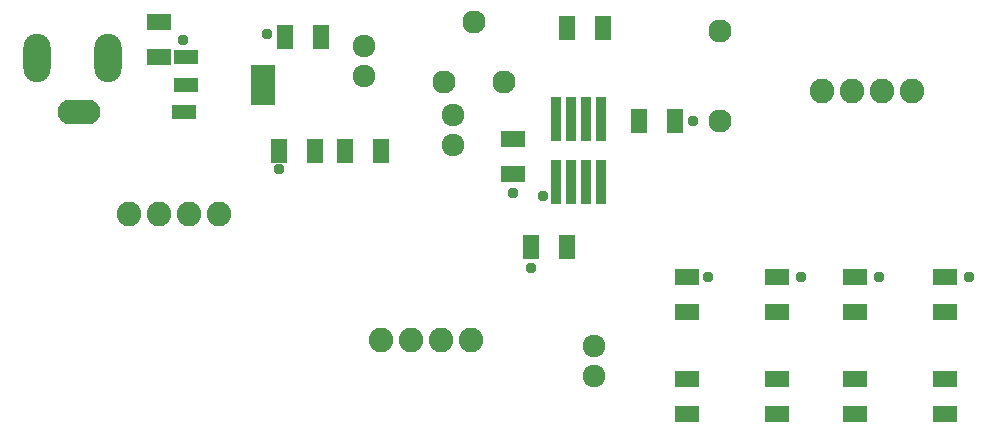
<source format=gts>
G04*
G04 #@! TF.GenerationSoftware,Altium Limited,Altium Designer,24.1.2 (44)*
G04*
G04 Layer_Color=8388736*
%FSLAX44Y44*%
%MOMM*%
G71*
G04*
G04 #@! TF.SameCoordinates,F52A13A3-DB3F-44E1-B1C3-80E51AC4D0DF*
G04*
G04*
G04 #@! TF.FilePolarity,Negative*
G04*
G01*
G75*
%ADD24C,0.0000*%
%ADD25R,2.1082X1.4224*%
%ADD26R,1.4224X2.1082*%
%ADD27R,0.9048X3.7048*%
%ADD28R,2.0048X1.1430*%
%ADD29R,2.0048X3.4036*%
%ADD30C,1.9248*%
%ADD31C,2.0828*%
%ADD32C,1.9558*%
%ADD33O,2.3048X4.1048*%
%ADD34O,3.6048X2.1048*%
%ADD35C,0.9398*%
D24*
X559791Y215900D02*
G03*
X559791Y215900I-8611J0D01*
G01*
Y190500D02*
G03*
X559791Y190500I-8611J0D01*
G01*
X440411Y386080D02*
G03*
X440411Y386080I-8611J0D01*
G01*
Y411480D02*
G03*
X440411Y411480I-8611J0D01*
G01*
X365481Y444500D02*
G03*
X365481Y444500I-8611J0D01*
G01*
Y469900D02*
G03*
X365481Y469900I-8611J0D01*
G01*
D25*
X629920Y187706D02*
D03*
Y157734D02*
D03*
X706120Y187706D02*
D03*
Y157734D02*
D03*
X772160Y187706D02*
D03*
Y157734D02*
D03*
X848360Y187706D02*
D03*
Y157734D02*
D03*
X182880Y460248D02*
D03*
Y490220D02*
D03*
X482600Y360934D02*
D03*
Y390906D02*
D03*
X629920Y244094D02*
D03*
Y274066D02*
D03*
X706120Y244094D02*
D03*
Y274066D02*
D03*
X772160Y244094D02*
D03*
Y274066D02*
D03*
X848360Y244094D02*
D03*
Y274066D02*
D03*
D26*
X558800Y485140D02*
D03*
X528066Y299720D02*
D03*
X528828Y485140D02*
D03*
X340614Y381000D02*
D03*
X370586D02*
D03*
X289814Y477520D02*
D03*
X319786D02*
D03*
X314706Y381000D02*
D03*
X284734D02*
D03*
X619506Y406400D02*
D03*
X589534D02*
D03*
X498094Y299720D02*
D03*
D27*
X544830Y408000D02*
D03*
X532130Y354000D02*
D03*
Y408000D02*
D03*
X519430D02*
D03*
X557530D02*
D03*
Y354000D02*
D03*
X544830D02*
D03*
X519430D02*
D03*
D28*
X203760Y413766D02*
D03*
X206260Y436880D02*
D03*
Y459994D02*
D03*
D29*
X271260Y436880D02*
D03*
D30*
X551180Y215900D02*
D03*
Y190500D02*
D03*
X431800Y386080D02*
D03*
Y411480D02*
D03*
X356870Y444500D02*
D03*
Y469900D02*
D03*
D31*
X421640Y220980D02*
D03*
X447040D02*
D03*
X370840D02*
D03*
X396240D02*
D03*
X795020Y431800D02*
D03*
X820420D02*
D03*
X744220D02*
D03*
X769620D02*
D03*
X208280Y327660D02*
D03*
X233680D02*
D03*
X157480D02*
D03*
X182880D02*
D03*
D32*
X424180Y439420D02*
D03*
X474980D02*
D03*
X449580Y490220D02*
D03*
X657860Y482600D02*
D03*
Y406400D02*
D03*
D33*
X140010Y459740D02*
D03*
X80010D02*
D03*
D34*
X115010Y413240D02*
D03*
D35*
X635000Y406400D02*
D03*
X482600Y345440D02*
D03*
X508000Y342900D02*
D03*
X497840Y281940D02*
D03*
X647700Y274320D02*
D03*
X868680D02*
D03*
X792480D02*
D03*
X726440D02*
D03*
X284480Y365760D02*
D03*
X274320Y480060D02*
D03*
X203200Y474980D02*
D03*
M02*

</source>
